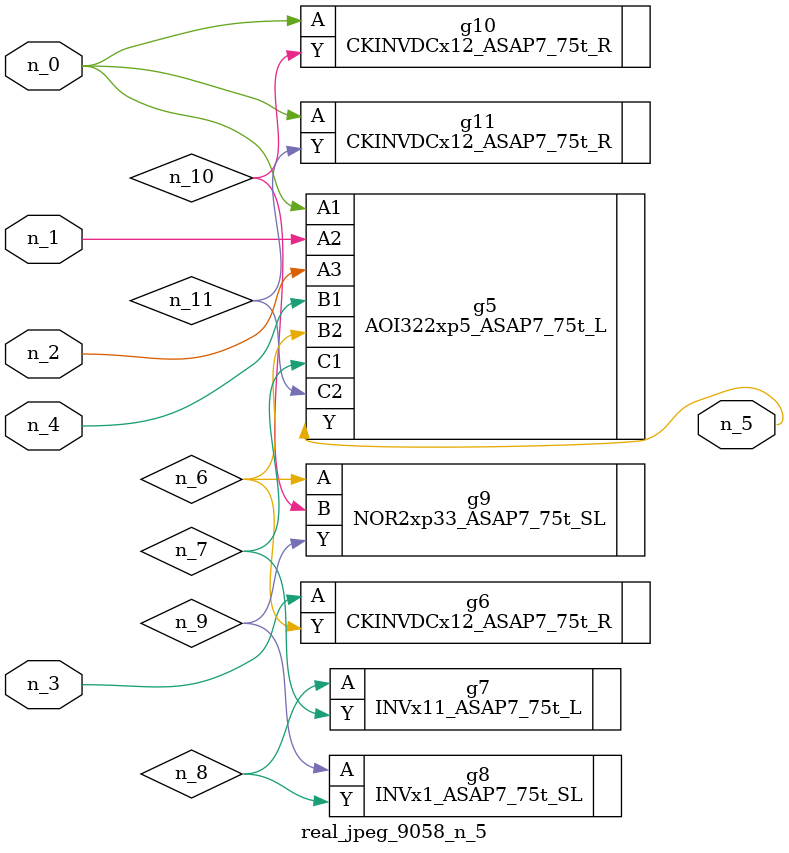
<source format=v>
module real_jpeg_9058_n_5 (n_4, n_0, n_1, n_2, n_3, n_5);

input n_4;
input n_0;
input n_1;
input n_2;
input n_3;

output n_5;

wire n_8;
wire n_11;
wire n_6;
wire n_7;
wire n_10;
wire n_9;

AOI322xp5_ASAP7_75t_L g5 ( 
.A1(n_0),
.A2(n_1),
.A3(n_2),
.B1(n_4),
.B2(n_6),
.C1(n_7),
.C2(n_11),
.Y(n_5)
);

CKINVDCx12_ASAP7_75t_R g10 ( 
.A(n_0),
.Y(n_10)
);

CKINVDCx12_ASAP7_75t_R g11 ( 
.A(n_0),
.Y(n_11)
);

CKINVDCx12_ASAP7_75t_R g6 ( 
.A(n_3),
.Y(n_6)
);

NOR2xp33_ASAP7_75t_SL g9 ( 
.A(n_6),
.B(n_10),
.Y(n_9)
);

INVx11_ASAP7_75t_L g7 ( 
.A(n_8),
.Y(n_7)
);

INVx1_ASAP7_75t_SL g8 ( 
.A(n_9),
.Y(n_8)
);


endmodule
</source>
